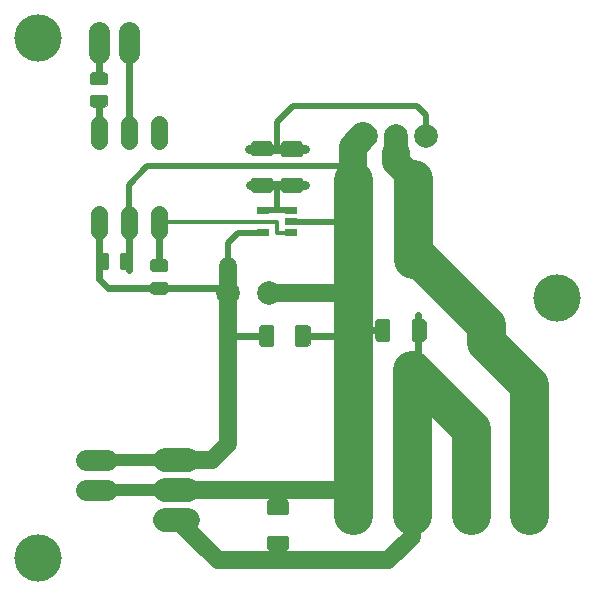
<source format=gbr>
%FSLAX32Y32*%
%MOMM*%
%LNKUPFERSEITE1*%
G71*
G01*
%ADD10C, 1.40*%
%ADD11C, 0.60*%
%ADD12C, 2.00*%
%ADD13C, 2.00*%
%ADD14C, 2.44*%
%ADD15C, 1.80*%
%ADD16C, 0.00*%
%ADD17C, 4.00*%
%ADD18C, 3.30*%
%ADD19C, 1.54*%
%ADD20C, 2.33*%
%ADD21C, 0.48*%
%ADD22C, 1.00*%
%ADD23C, 0.30*%
%ADD24C, 0.80*%
%LPD*%
G54D10*
X809Y3974D02*
X809Y3834D01*
G54D10*
X1063Y3975D02*
X1063Y3835D01*
G54D10*
X1317Y3975D02*
X1317Y3835D01*
G54D10*
X1317Y3213D02*
X1317Y3073D01*
G54D10*
X1063Y3213D02*
X1063Y3073D01*
G54D10*
X809Y3212D02*
X809Y3072D01*
G54D11*
X808Y3908D02*
X808Y4170D01*
G54D11*
X808Y4376D02*
X808Y4670D01*
G54D11*
X1062Y3963D02*
X1062Y4670D01*
G36*
X2148Y3025D02*
X2148Y3085D01*
X2248Y3085D01*
X2248Y3025D01*
X2148Y3025D01*
G37*
G36*
X2148Y3215D02*
X2148Y3275D01*
X2248Y3275D01*
X2248Y3215D01*
X2148Y3215D01*
G37*
G36*
X2386Y3025D02*
X2386Y3085D01*
X2486Y3085D01*
X2486Y3025D01*
X2386Y3025D01*
G37*
G36*
X2386Y3215D02*
X2386Y3275D01*
X2486Y3275D01*
X2486Y3215D01*
X2386Y3215D01*
G37*
G36*
X2386Y3120D02*
X2386Y3180D01*
X2486Y3180D01*
X2486Y3120D01*
X2386Y3120D01*
G37*
G54D12*
X1368Y1134D02*
X1568Y1134D01*
G54D12*
X1368Y880D02*
X1568Y880D01*
G54D12*
X1368Y626D02*
X1568Y626D01*
X3072Y3873D02*
G54D13*
D03*
X3326Y3873D02*
G54D13*
D03*
X3580Y3873D02*
G54D13*
D03*
X3466Y2897D02*
G54D13*
D03*
X2966Y2897D02*
G54D13*
D03*
X2961Y666D02*
G54D14*
D03*
X3461Y666D02*
G54D14*
D03*
X3961Y666D02*
G54D14*
D03*
X4461Y666D02*
G54D14*
D03*
G54D15*
X1062Y4580D02*
X1062Y4760D01*
G54D15*
X808Y4580D02*
X808Y4760D01*
G36*
X2374Y3400D02*
X2354Y3420D01*
X2354Y3510D01*
X2364Y3520D01*
X2524Y3520D01*
X2534Y3510D01*
X2534Y3420D01*
X2514Y3400D01*
X2374Y3400D01*
G37*
G54D16*
X2374Y3400D02*
X2354Y3420D01*
X2354Y3510D01*
X2364Y3520D01*
X2524Y3520D01*
X2534Y3510D01*
X2534Y3420D01*
X2514Y3400D01*
X2374Y3400D01*
G36*
X2369Y3710D02*
X2364Y3710D01*
X2354Y3720D01*
X2354Y3810D01*
X2374Y3830D01*
X2514Y3830D01*
X2534Y3810D01*
X2534Y3720D01*
X2524Y3710D01*
X2369Y3710D01*
G37*
G54D16*
X2369Y3710D02*
X2364Y3710D01*
X2354Y3720D01*
X2354Y3810D01*
X2374Y3830D01*
X2514Y3830D01*
X2534Y3810D01*
X2534Y3720D01*
X2524Y3710D01*
X2369Y3710D01*
G36*
X2399Y3415D02*
X2399Y3495D01*
X2489Y3495D01*
X2489Y3415D01*
X2399Y3415D01*
G37*
G36*
X2394Y3735D02*
X2394Y3815D01*
X2484Y3815D01*
X2484Y3735D01*
X2394Y3735D01*
G37*
G36*
X758Y4119D02*
X738Y4139D01*
X738Y4209D01*
X748Y4219D01*
X868Y4219D01*
X878Y4209D01*
X878Y4139D01*
X858Y4119D01*
X758Y4119D01*
G37*
G54D16*
X758Y4119D02*
X738Y4139D01*
X738Y4209D01*
X748Y4219D01*
X868Y4219D01*
X878Y4209D01*
X878Y4139D01*
X858Y4119D01*
X758Y4119D01*
G36*
X748Y4319D02*
X738Y4329D01*
X738Y4399D01*
X758Y4419D01*
X858Y4419D01*
X878Y4399D01*
X878Y4329D01*
X868Y4319D01*
X748Y4319D01*
G37*
G54D16*
X748Y4319D02*
X738Y4329D01*
X738Y4399D01*
X758Y4419D01*
X858Y4419D01*
X878Y4399D01*
X878Y4329D01*
X868Y4319D01*
X748Y4319D01*
G36*
X783Y4145D02*
X783Y4195D01*
X833Y4195D01*
X833Y4145D01*
X783Y4145D01*
G37*
G36*
X783Y4345D02*
X783Y4395D01*
X833Y4395D01*
X833Y4345D01*
X783Y4345D01*
G37*
G36*
X1089Y2768D02*
X1069Y2748D01*
X999Y2748D01*
X989Y2758D01*
X989Y2878D01*
X999Y2888D01*
X1069Y2888D01*
X1089Y2868D01*
X1089Y2768D01*
G37*
G54D16*
X1089Y2768D02*
X1069Y2748D01*
X999Y2748D01*
X989Y2758D01*
X989Y2878D01*
X999Y2888D01*
X1069Y2888D01*
X1089Y2868D01*
X1089Y2768D01*
G36*
X889Y2758D02*
X879Y2748D01*
X809Y2748D01*
X789Y2768D01*
X789Y2868D01*
X809Y2888D01*
X879Y2888D01*
X889Y2878D01*
X889Y2758D01*
G37*
G54D16*
X889Y2758D02*
X879Y2748D01*
X809Y2748D01*
X789Y2768D01*
X789Y2868D01*
X809Y2888D01*
X879Y2888D01*
X889Y2878D01*
X889Y2758D01*
G36*
X1065Y2792D02*
X1015Y2792D01*
X1015Y2842D01*
X1065Y2842D01*
X1065Y2792D01*
G37*
G36*
X865Y2792D02*
X815Y2792D01*
X815Y2842D01*
X865Y2842D01*
X865Y2792D01*
G37*
G36*
X1267Y2536D02*
X1247Y2556D01*
X1247Y2626D01*
X1257Y2636D01*
X1377Y2636D01*
X1387Y2626D01*
X1387Y2556D01*
X1367Y2536D01*
X1267Y2536D01*
G37*
G54D16*
X1267Y2536D02*
X1247Y2556D01*
X1247Y2626D01*
X1257Y2636D01*
X1377Y2636D01*
X1387Y2626D01*
X1387Y2556D01*
X1367Y2536D01*
X1267Y2536D01*
G36*
X1257Y2736D02*
X1247Y2746D01*
X1247Y2816D01*
X1267Y2836D01*
X1367Y2836D01*
X1387Y2816D01*
X1387Y2746D01*
X1377Y2736D01*
X1257Y2736D01*
G37*
G54D16*
X1257Y2736D02*
X1247Y2746D01*
X1247Y2816D01*
X1267Y2836D01*
X1367Y2836D01*
X1387Y2816D01*
X1387Y2746D01*
X1377Y2736D01*
X1257Y2736D01*
G36*
X1292Y2562D02*
X1292Y2612D01*
X1342Y2612D01*
X1342Y2562D01*
X1292Y2562D01*
G37*
G36*
X1292Y2762D02*
X1292Y2812D01*
X1342Y2812D01*
X1342Y2762D01*
X1292Y2762D01*
G37*
X2254Y2547D02*
G54D13*
D03*
X1904Y2547D02*
G54D13*
D03*
X2952Y1895D02*
G54D14*
D03*
X3460Y1895D02*
G54D14*
D03*
X4458Y1386D02*
G54D13*
D03*
X3958Y1386D02*
G54D13*
D03*
G36*
X2120Y3401D02*
X2100Y3421D01*
X2100Y3511D01*
X2110Y3521D01*
X2270Y3521D01*
X2280Y3511D01*
X2280Y3421D01*
X2260Y3401D01*
X2120Y3401D01*
G37*
G54D16*
X2120Y3401D02*
X2100Y3421D01*
X2100Y3511D01*
X2110Y3521D01*
X2270Y3521D01*
X2280Y3511D01*
X2280Y3421D01*
X2260Y3401D01*
X2120Y3401D01*
G36*
X2115Y3711D02*
X2110Y3711D01*
X2100Y3721D01*
X2100Y3811D01*
X2120Y3831D01*
X2260Y3831D01*
X2280Y3811D01*
X2280Y3721D01*
X2270Y3711D01*
X2115Y3711D01*
G37*
G54D16*
X2115Y3711D02*
X2110Y3711D01*
X2100Y3721D01*
X2100Y3811D01*
X2120Y3831D01*
X2260Y3831D01*
X2280Y3811D01*
X2280Y3721D01*
X2270Y3711D01*
X2115Y3711D01*
G36*
X2145Y3415D02*
X2145Y3495D01*
X2235Y3495D01*
X2235Y3415D01*
X2145Y3415D01*
G37*
G36*
X2140Y3735D02*
X2140Y3815D01*
X2230Y3815D01*
X2230Y3735D01*
X2140Y3735D01*
G37*
X294Y301D02*
G54D17*
D03*
X294Y4706D02*
G54D17*
D03*
X4691Y2508D02*
G54D17*
D03*
G54D18*
X2961Y666D02*
X2961Y3500D01*
G54D18*
X3461Y666D02*
X3461Y1896D01*
G54D18*
X3469Y2833D02*
X3469Y3508D01*
G54D18*
X3961Y666D02*
X3961Y1396D01*
X3461Y1896D01*
G54D19*
X2254Y2547D02*
X2961Y2547D01*
G54D12*
X3326Y3873D02*
X3326Y3698D01*
G54D20*
X3326Y3730D02*
X3326Y3659D01*
X3445Y3540D01*
G54D20*
X2961Y3524D02*
X2961Y3786D01*
X3048Y3873D01*
G54D15*
X884Y880D02*
X704Y880D01*
G54D15*
X884Y1134D02*
X704Y1134D01*
G54D21*
X2453Y3151D02*
X2858Y3151D01*
G54D21*
X2183Y3246D02*
X2453Y3246D01*
G36*
X2255Y368D02*
X2235Y388D01*
X2235Y478D01*
X2245Y488D01*
X2405Y488D01*
X2415Y478D01*
X2415Y388D01*
X2395Y368D01*
X2255Y368D01*
G37*
G54D16*
X2255Y368D02*
X2235Y388D01*
X2235Y478D01*
X2245Y488D01*
X2405Y488D01*
X2415Y478D01*
X2415Y388D01*
X2395Y368D01*
X2255Y368D01*
G36*
X2250Y678D02*
X2245Y678D01*
X2235Y688D01*
X2235Y778D01*
X2255Y798D01*
X2395Y798D01*
X2415Y778D01*
X2415Y688D01*
X2405Y678D01*
X2250Y678D01*
G37*
G54D16*
X2250Y678D02*
X2245Y678D01*
X2235Y688D01*
X2235Y778D01*
X2255Y798D01*
X2395Y798D01*
X2415Y778D01*
X2415Y688D01*
X2405Y678D01*
X2250Y678D01*
G36*
X2280Y383D02*
X2280Y463D01*
X2370Y463D01*
X2370Y383D01*
X2280Y383D01*
G37*
G36*
X2275Y703D02*
X2275Y783D01*
X2365Y783D01*
X2365Y703D01*
X2275Y703D01*
G37*
G36*
X2595Y2117D02*
X2575Y2097D01*
X2485Y2097D01*
X2475Y2107D01*
X2475Y2267D01*
X2485Y2277D01*
X2575Y2277D01*
X2595Y2257D01*
X2595Y2117D01*
G37*
G54D16*
X2595Y2117D02*
X2575Y2097D01*
X2485Y2097D01*
X2475Y2107D01*
X2475Y2267D01*
X2485Y2277D01*
X2575Y2277D01*
X2595Y2257D01*
X2595Y2117D01*
G36*
X2285Y2112D02*
X2285Y2107D01*
X2275Y2097D01*
X2185Y2097D01*
X2165Y2117D01*
X2165Y2257D01*
X2185Y2277D01*
X2275Y2277D01*
X2285Y2267D01*
X2285Y2112D01*
G37*
G54D16*
X2285Y2112D02*
X2285Y2107D01*
X2275Y2097D01*
X2185Y2097D01*
X2165Y2117D01*
X2165Y2257D01*
X2185Y2277D01*
X2275Y2277D01*
X2285Y2267D01*
X2285Y2112D01*
G36*
X2581Y2142D02*
X2501Y2142D01*
X2501Y2232D01*
X2581Y2232D01*
X2581Y2142D01*
G37*
G36*
X2261Y2137D02*
X2181Y2137D01*
X2181Y2227D01*
X2261Y2227D01*
X2261Y2137D01*
G37*
G54D11*
X2540Y2182D02*
X2913Y2182D01*
G54D11*
X2230Y2182D02*
X1889Y2182D01*
G54D19*
X1905Y2778D02*
X1905Y1269D01*
X1770Y1134D01*
X1460Y1134D01*
G54D19*
X1476Y880D02*
X2929Y880D01*
G54D19*
X3461Y666D02*
X3461Y484D01*
X3262Y285D01*
X1818Y285D01*
X1476Y626D01*
G54D11*
X2326Y730D02*
X2326Y888D01*
G54D11*
X2326Y428D02*
X2326Y277D01*
G36*
X3149Y2304D02*
X3169Y2324D01*
X3259Y2324D01*
X3269Y2314D01*
X3269Y2154D01*
X3259Y2144D01*
X3169Y2144D01*
X3149Y2164D01*
X3149Y2304D01*
G37*
G54D16*
X3149Y2304D02*
X3169Y2324D01*
X3259Y2324D01*
X3269Y2314D01*
X3269Y2154D01*
X3259Y2144D01*
X3169Y2144D01*
X3149Y2164D01*
X3149Y2304D01*
G36*
X3459Y2309D02*
X3459Y2314D01*
X3469Y2324D01*
X3559Y2324D01*
X3579Y2304D01*
X3579Y2164D01*
X3559Y2144D01*
X3469Y2144D01*
X3459Y2154D01*
X3459Y2309D01*
G37*
G54D16*
X3459Y2309D02*
X3459Y2314D01*
X3469Y2324D01*
X3559Y2324D01*
X3579Y2304D01*
X3579Y2164D01*
X3559Y2144D01*
X3469Y2144D01*
X3459Y2154D01*
X3459Y2309D01*
G36*
X3165Y2279D02*
X3245Y2279D01*
X3245Y2189D01*
X3165Y2189D01*
X3165Y2279D01*
G37*
G36*
X3485Y2284D02*
X3565Y2284D01*
X3565Y2194D01*
X3485Y2194D01*
X3485Y2284D01*
G37*
G54D18*
X3469Y2833D02*
X3532Y2833D01*
X4088Y2277D01*
X4088Y2135D01*
X4453Y1769D01*
X4453Y666D01*
G54D11*
X3215Y2230D02*
X3040Y2230D01*
G54D11*
X3516Y2357D02*
X3516Y1944D01*
G54D22*
X1476Y1134D02*
X722Y1134D01*
G54D22*
X1476Y880D02*
X722Y880D01*
G54D11*
X809Y3142D02*
X809Y2682D01*
G54D23*
X1984Y3150D02*
X2318Y3150D01*
X2318Y3055D01*
X2421Y3055D01*
G54D23*
X1992Y3150D02*
X1317Y3150D01*
G54D21*
X2191Y3055D02*
X1992Y3055D01*
X1905Y2968D01*
X1905Y2730D01*
G54D21*
X2318Y3253D02*
X2318Y3468D01*
G54D24*
X2556Y3460D02*
X2087Y3460D01*
G54D24*
X2079Y3769D02*
X2556Y3769D01*
G54D21*
X2318Y3769D02*
X2318Y3992D01*
X2452Y4126D01*
X3508Y4126D01*
X3580Y4055D01*
X3580Y3872D01*
G54D21*
X2183Y3618D02*
X2976Y3618D01*
G54D21*
X2191Y3618D02*
X1222Y3618D01*
X1063Y3460D01*
X1063Y3142D01*
G54D11*
X1063Y3142D02*
X1063Y2738D01*
G54D11*
X809Y2690D02*
X809Y2666D01*
X889Y2587D01*
X1897Y2587D01*
G54D11*
X1317Y3142D02*
X1317Y2785D01*
M02*

</source>
